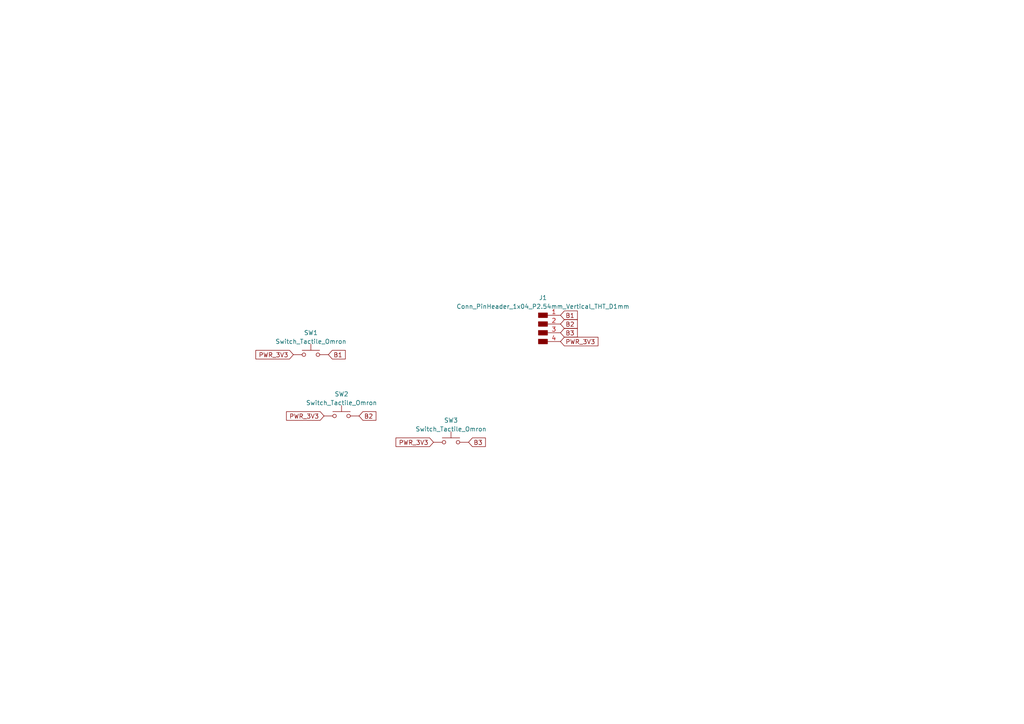
<source format=kicad_sch>
(kicad_sch (version 20230121) (generator eeschema)
  (paper "A4")
  (lib_symbols
    (symbol "fab:Conn_PinHeader_1x04_P2.54mm_Vertical_THT_D1mm" (pin_names hide)
      (property "Reference" "J" (at 0 5.08 0))
      (property "Value" "Conn_PinHeader_1x04_P2.54mm_Vertical_THT_D1mm" (at 0 -7.62 0))
      (symbol "Conn_PinHeader_1x04_P2.54mm_Vertical_THT_D1mm_1_1"
        (rectangle (start -1.27 -4.445) (end 1.27 -5.715) (stroke (width 0.254)) (fill (type outline)))
        (rectangle (start -1.27 -1.905) (end 1.27 -3.175) (stroke (width 0.254)) (fill (type outline)))
        (rectangle (start -1.27 0.635) (end 1.27 -0.635) (stroke (width 0.254)) (fill (type outline)))
        (rectangle (start -1.27 3.175) (end 1.27 1.905) (stroke (width 0.254)) (fill (type outline)))
        (pin passive line (at 5.08 2.54 180) (length 3.81) (name "Pin_1") (number "1"))
        (pin passive line (at 5.08 0 180) (length 3.81) (name "Pin_2") (number "2"))
        (pin passive line (at 5.08 -2.54 180) (length 3.81) (name "Pin_3") (number "3"))
        (pin passive line (at 5.08 -5.08 180) (length 3.81) (name "Pin_4") (number "4"))
      )
    )
    (symbol "fab:Switch_Tactile_Omron" (pin_numbers hide) (pin_names (offset 1.016) hide)
      (property "Reference" "SW" (at 1.27 2.54 0))
      (property "Value" "Switch_Tactile_Omron" (at 0 -1.524 0))
      (symbol "Switch_Tactile_Omron_0_1"
        (circle (center -2.032 0) (radius 0.508))
        (polyline (pts (xy 0 1.27) (xy 0 3.048)))
        (polyline (pts (xy 2.54 1.27) (xy -2.54 1.27)))
        (circle (center 2.032 0) (radius 0.508))
        (pin passive line (at -5.08 0 0) (length 2.54) (name "1") (number "1"))
        (pin passive line (at 5.08 0 180) (length 2.54) (name "2") (number "2"))
      )
    )
  )
  (global_label "PWR_3V3" (shape input) (at 85.09 102.87 180) (property "Intersheetrefs" "${INTERSHEET_REFS}" (effects hide)))
  (global_label "B3" (shape input) (at 162.56 96.52 0) (property "Intersheetrefs" "${INTERSHEET_REFS}" (effects hide)))
  (global_label "PWR_3V3" (shape input) (at 93.98 120.65 180) (property "Intersheetrefs" "${INTERSHEET_REFS}" (effects hide)))
  (global_label "B2" (shape input) (at 104.14 120.65 0) (property "Intersheetrefs" "${INTERSHEET_REFS}" (effects hide)))
  (global_label "B1" (shape input) (at 162.56 91.44 0) (property "Intersheetrefs" "${INTERSHEET_REFS}" (effects hide)))
  (global_label "B2" (shape input) (at 162.56 93.98 0) (property "Intersheetrefs" "${INTERSHEET_REFS}" (effects hide)))
  (global_label "B3" (shape input) (at 135.89 128.27 0) (property "Intersheetrefs" "${INTERSHEET_REFS}" (effects hide)))
  (global_label "PWR_3V3" (shape input) (at 162.56 99.06 0) (property "Intersheetrefs" "${INTERSHEET_REFS}" (effects hide)))
  (global_label "B1" (shape input) (at 95.25 102.87 0) (property "Intersheetrefs" "${INTERSHEET_REFS}" (effects hide)))
  (global_label "PWR_3V3" (shape input) (at 125.73 128.27 180) (property "Intersheetrefs" "${INTERSHEET_REFS}" (effects hide)))
  (symbol (lib_id "fab:Switch_Tactile_Omron") (at 90.17 102.87 0) (unit 1)
    (property "Reference" "SW1" (at 90.17 96.52 0))
    (property "Value" "Switch_Tactile_Omron" (at 90.17 99.06 0))
    (property "Footprint" "fab:Button_Omron_B3SN_6.0x6.0mm" (effects hide))
    (property "Datasheet" "https://omronfs.omron.com/en_US/ecb/products/pdf/en-b3sn.pdf" (effects hide))
  )
  (symbol (lib_id "fab:Conn_PinHeader_1x04_P2.54mm_Vertical_THT_D1mm") (at 157.48 93.98 0) (unit 1)
    (property "Reference" "J1" (at 157.48 86.36 0))
    (property "Value" "Conn_PinHeader_1x04_P2.54mm_Vertical_THT_D1mm" (at 157.48 88.9 0))
    (property "Footprint" "fab:PinHeader_1x04_P2.54mm_Vertical_THT_D1mm" (effects hide))
  )
  (symbol (lib_id "fab:Switch_Tactile_Omron") (at 99.06 120.65 0) (unit 1)
    (property "Reference" "SW2" (at 99.06 114.3 0))
    (property "Value" "Switch_Tactile_Omron" (at 99.06 116.84 0))
    (property "Footprint" "fab:Button_Omron_B3SN_6.0x6.0mm" (effects hide))
    (property "Datasheet" "https://omronfs.omron.com/en_US/ecb/products/pdf/en-b3sn.pdf" (effects hide))
  )
  (symbol (lib_id "fab:Switch_Tactile_Omron") (at 130.81 128.27 0) (unit 1)
    (property "Reference" "SW3" (at 130.81 121.92 0))
    (property "Value" "Switch_Tactile_Omron" (at 130.81 124.46 0))
    (property "Footprint" "fab:Button_Omron_B3SN_6.0x6.0mm" (effects hide))
    (property "Datasheet" "https://omronfs.omron.com/en_US/ecb/products/pdf/en-b3sn.pdf" (effects hide))
  )
)
</source>
